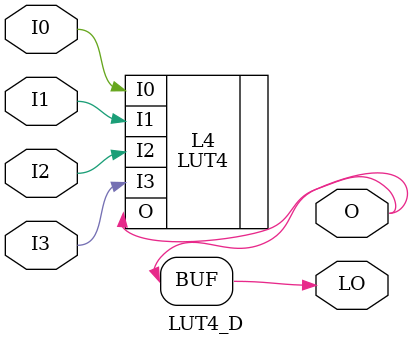
<source format=v>

`timescale  1 ps / 1 ps


module LUT4_D (LO, O, I0, I1, I2, I3);

    parameter [15:0] INIT = 16'h0000;

    input I0, I1, I2, I3;

    output LO, O;
    
    wire LO;
    wire O;

    LUT4 #(.INIT(INIT)) L4 (.O(O), .I0(I0), .I1(I1), .I2(I2), .I3(I3));

    assign LO = O;

endmodule



</source>
